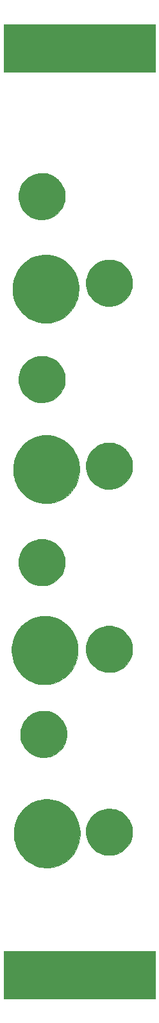
<source format=gbr>
G04 #@! TF.GenerationSoftware,KiCad,Pcbnew,(5.1.9)-1*
G04 #@! TF.CreationDate,2021-08-04T02:24:11+02:00*
G04 #@! TF.ProjectId,sequswit-panel,73657175-7377-4697-942d-70616e656c2e,rev?*
G04 #@! TF.SameCoordinates,Original*
G04 #@! TF.FileFunction,Soldermask,Bot*
G04 #@! TF.FilePolarity,Negative*
%FSLAX46Y46*%
G04 Gerber Fmt 4.6, Leading zero omitted, Abs format (unit mm)*
G04 Created by KiCad (PCBNEW (5.1.9)-1) date 2021-08-04 02:24:11*
%MOMM*%
%LPD*%
G01*
G04 APERTURE LIST*
%ADD10C,0.010000*%
G04 APERTURE END LIST*
D10*
G04 #@! TO.C,Ref\u002A\u002A*
G36*
X229721834Y-192135033D02*
G01*
X209719334Y-192135033D01*
X209719334Y-185869700D01*
X229721834Y-185869700D01*
X229721834Y-192135033D01*
G37*
X229721834Y-192135033D02*
X209719334Y-192135033D01*
X209719334Y-185869700D01*
X229721834Y-185869700D01*
X229721834Y-192135033D01*
G36*
X215998891Y-165876349D02*
G01*
X216399316Y-165950775D01*
X216450334Y-165963254D01*
X216844664Y-166083990D01*
X217227483Y-166243870D01*
X217594902Y-166440393D01*
X217943032Y-166671060D01*
X218267981Y-166933373D01*
X218565861Y-167224832D01*
X218755978Y-167444598D01*
X219010549Y-167792991D01*
X219228230Y-168158621D01*
X219409138Y-168538749D01*
X219553393Y-168930636D01*
X219661110Y-169331541D01*
X219732409Y-169738726D01*
X219767407Y-170149451D01*
X219766222Y-170560976D01*
X219728972Y-170970563D01*
X219655774Y-171375472D01*
X219546747Y-171772964D01*
X219402008Y-172160298D01*
X219221675Y-172534736D01*
X219005867Y-172893539D01*
X218754700Y-173233966D01*
X218494336Y-173526686D01*
X218178208Y-173823155D01*
X217841102Y-174083736D01*
X217484668Y-174307591D01*
X217110556Y-174493878D01*
X216720419Y-174641758D01*
X216315907Y-174750393D01*
X215970784Y-174810105D01*
X215819355Y-174824987D01*
X215641478Y-174834472D01*
X215449327Y-174838576D01*
X215255074Y-174837315D01*
X215070891Y-174830704D01*
X214908953Y-174818760D01*
X214824701Y-174808630D01*
X214471630Y-174743567D01*
X214137448Y-174652509D01*
X213807916Y-174531112D01*
X213577489Y-174428191D01*
X213200456Y-174225720D01*
X212849005Y-173990312D01*
X212524418Y-173723693D01*
X212227972Y-173427589D01*
X211960948Y-173103725D01*
X211724626Y-172753826D01*
X211520285Y-172379619D01*
X211349205Y-171982829D01*
X211212666Y-171565182D01*
X211111946Y-171128402D01*
X211105951Y-171095366D01*
X211085291Y-170945570D01*
X211069981Y-170764917D01*
X211060213Y-170564571D01*
X211056179Y-170355692D01*
X211058069Y-170149442D01*
X211066076Y-169956985D01*
X211080390Y-169789480D01*
X211083181Y-169766503D01*
X211159454Y-169329029D01*
X211274517Y-168906235D01*
X211427411Y-168500094D01*
X211617180Y-168112579D01*
X211842864Y-167745664D01*
X212103507Y-167401323D01*
X212374907Y-167104606D01*
X212695227Y-166813240D01*
X213036913Y-166558127D01*
X213398950Y-166339847D01*
X213780323Y-166158978D01*
X214180018Y-166016101D01*
X214376000Y-165961710D01*
X214771497Y-165882899D01*
X215178279Y-165842405D01*
X215589644Y-165840224D01*
X215998891Y-165876349D01*
G37*
X215998891Y-165876349D02*
X216399316Y-165950775D01*
X216450334Y-165963254D01*
X216844664Y-166083990D01*
X217227483Y-166243870D01*
X217594902Y-166440393D01*
X217943032Y-166671060D01*
X218267981Y-166933373D01*
X218565861Y-167224832D01*
X218755978Y-167444598D01*
X219010549Y-167792991D01*
X219228230Y-168158621D01*
X219409138Y-168538749D01*
X219553393Y-168930636D01*
X219661110Y-169331541D01*
X219732409Y-169738726D01*
X219767407Y-170149451D01*
X219766222Y-170560976D01*
X219728972Y-170970563D01*
X219655774Y-171375472D01*
X219546747Y-171772964D01*
X219402008Y-172160298D01*
X219221675Y-172534736D01*
X219005867Y-172893539D01*
X218754700Y-173233966D01*
X218494336Y-173526686D01*
X218178208Y-173823155D01*
X217841102Y-174083736D01*
X217484668Y-174307591D01*
X217110556Y-174493878D01*
X216720419Y-174641758D01*
X216315907Y-174750393D01*
X215970784Y-174810105D01*
X215819355Y-174824987D01*
X215641478Y-174834472D01*
X215449327Y-174838576D01*
X215255074Y-174837315D01*
X215070891Y-174830704D01*
X214908953Y-174818760D01*
X214824701Y-174808630D01*
X214471630Y-174743567D01*
X214137448Y-174652509D01*
X213807916Y-174531112D01*
X213577489Y-174428191D01*
X213200456Y-174225720D01*
X212849005Y-173990312D01*
X212524418Y-173723693D01*
X212227972Y-173427589D01*
X211960948Y-173103725D01*
X211724626Y-172753826D01*
X211520285Y-172379619D01*
X211349205Y-171982829D01*
X211212666Y-171565182D01*
X211111946Y-171128402D01*
X211105951Y-171095366D01*
X211085291Y-170945570D01*
X211069981Y-170764917D01*
X211060213Y-170564571D01*
X211056179Y-170355692D01*
X211058069Y-170149442D01*
X211066076Y-169956985D01*
X211080390Y-169789480D01*
X211083181Y-169766503D01*
X211159454Y-169329029D01*
X211274517Y-168906235D01*
X211427411Y-168500094D01*
X211617180Y-168112579D01*
X211842864Y-167745664D01*
X212103507Y-167401323D01*
X212374907Y-167104606D01*
X212695227Y-166813240D01*
X213036913Y-166558127D01*
X213398950Y-166339847D01*
X213780323Y-166158978D01*
X214180018Y-166016101D01*
X214376000Y-165961710D01*
X214771497Y-165882899D01*
X215178279Y-165842405D01*
X215589644Y-165840224D01*
X215998891Y-165876349D01*
G36*
X224103336Y-167118918D02*
G01*
X224436017Y-167190902D01*
X224759635Y-167299477D01*
X225070703Y-167444235D01*
X225365734Y-167624765D01*
X225641243Y-167840658D01*
X225706727Y-167900172D01*
X225854140Y-168049313D01*
X226001310Y-168218256D01*
X226135027Y-168391214D01*
X226212468Y-168504527D01*
X226332290Y-168715418D01*
X226441955Y-168954676D01*
X226535846Y-169208579D01*
X226608351Y-169463407D01*
X226613183Y-169483957D01*
X226636594Y-169616390D01*
X226654156Y-169778849D01*
X226665530Y-169959388D01*
X226670382Y-170146060D01*
X226668372Y-170326918D01*
X226659163Y-170490015D01*
X226644933Y-170608785D01*
X226565956Y-170964383D01*
X226449858Y-171301620D01*
X226298577Y-171618457D01*
X226114052Y-171912855D01*
X225898222Y-172182774D01*
X225653026Y-172426176D01*
X225380403Y-172641022D01*
X225082291Y-172825273D01*
X224760630Y-172976890D01*
X224417357Y-173093834D01*
X224239667Y-173138346D01*
X224136814Y-173155083D01*
X224002318Y-173168133D01*
X223846727Y-173177297D01*
X223680587Y-173182377D01*
X223514445Y-173183177D01*
X223358848Y-173179497D01*
X223224342Y-173171141D01*
X223128417Y-173159176D01*
X222775783Y-173076767D01*
X222443070Y-172958789D01*
X222131917Y-172807701D01*
X221843962Y-172625961D01*
X221580845Y-172416027D01*
X221344205Y-172180357D01*
X221135680Y-171921411D01*
X220956910Y-171641647D01*
X220809534Y-171343522D01*
X220695190Y-171029497D01*
X220615519Y-170702028D01*
X220572158Y-170363574D01*
X220566747Y-170016595D01*
X220600925Y-169663548D01*
X220644734Y-169433783D01*
X220741389Y-169103914D01*
X220876693Y-168787126D01*
X221048079Y-168486840D01*
X221252980Y-168206478D01*
X221488827Y-167949461D01*
X221753055Y-167719209D01*
X222043095Y-167519144D01*
X222112168Y-167478342D01*
X222426011Y-167322186D01*
X222751710Y-167205077D01*
X223085779Y-167126605D01*
X223424731Y-167086360D01*
X223765079Y-167083934D01*
X224103336Y-167118918D01*
G37*
X224103336Y-167118918D02*
X224436017Y-167190902D01*
X224759635Y-167299477D01*
X225070703Y-167444235D01*
X225365734Y-167624765D01*
X225641243Y-167840658D01*
X225706727Y-167900172D01*
X225854140Y-168049313D01*
X226001310Y-168218256D01*
X226135027Y-168391214D01*
X226212468Y-168504527D01*
X226332290Y-168715418D01*
X226441955Y-168954676D01*
X226535846Y-169208579D01*
X226608351Y-169463407D01*
X226613183Y-169483957D01*
X226636594Y-169616390D01*
X226654156Y-169778849D01*
X226665530Y-169959388D01*
X226670382Y-170146060D01*
X226668372Y-170326918D01*
X226659163Y-170490015D01*
X226644933Y-170608785D01*
X226565956Y-170964383D01*
X226449858Y-171301620D01*
X226298577Y-171618457D01*
X226114052Y-171912855D01*
X225898222Y-172182774D01*
X225653026Y-172426176D01*
X225380403Y-172641022D01*
X225082291Y-172825273D01*
X224760630Y-172976890D01*
X224417357Y-173093834D01*
X224239667Y-173138346D01*
X224136814Y-173155083D01*
X224002318Y-173168133D01*
X223846727Y-173177297D01*
X223680587Y-173182377D01*
X223514445Y-173183177D01*
X223358848Y-173179497D01*
X223224342Y-173171141D01*
X223128417Y-173159176D01*
X222775783Y-173076767D01*
X222443070Y-172958789D01*
X222131917Y-172807701D01*
X221843962Y-172625961D01*
X221580845Y-172416027D01*
X221344205Y-172180357D01*
X221135680Y-171921411D01*
X220956910Y-171641647D01*
X220809534Y-171343522D01*
X220695190Y-171029497D01*
X220615519Y-170702028D01*
X220572158Y-170363574D01*
X220566747Y-170016595D01*
X220600925Y-169663548D01*
X220644734Y-169433783D01*
X220741389Y-169103914D01*
X220876693Y-168787126D01*
X221048079Y-168486840D01*
X221252980Y-168206478D01*
X221488827Y-167949461D01*
X221753055Y-167719209D01*
X222043095Y-167519144D01*
X222112168Y-167478342D01*
X222426011Y-167322186D01*
X222751710Y-167205077D01*
X223085779Y-167126605D01*
X223424731Y-167086360D01*
X223765079Y-167083934D01*
X224103336Y-167118918D01*
G36*
X215142282Y-154193777D02*
G01*
X215309632Y-154201858D01*
X215455633Y-154215284D01*
X215561334Y-154232217D01*
X215915126Y-154328912D01*
X216250817Y-154463390D01*
X216566319Y-154634324D01*
X216859548Y-154840389D01*
X217128419Y-155080262D01*
X217370846Y-155352615D01*
X217415975Y-155410866D01*
X217569641Y-155640543D01*
X217708265Y-155900645D01*
X217827149Y-156180547D01*
X217921595Y-156469624D01*
X217968138Y-156659700D01*
X217986648Y-156780339D01*
X217999372Y-156931776D01*
X218006313Y-157102872D01*
X218007473Y-157282489D01*
X218002854Y-157459489D01*
X217992459Y-157622732D01*
X217976289Y-157761081D01*
X217967913Y-157808412D01*
X217877094Y-158156506D01*
X217749916Y-158486499D01*
X217588686Y-158796124D01*
X217395705Y-159083117D01*
X217173279Y-159345213D01*
X216923711Y-159580145D01*
X216649306Y-159785648D01*
X216352367Y-159959457D01*
X216035199Y-160099306D01*
X215700106Y-160202930D01*
X215487250Y-160247493D01*
X215339265Y-160267621D01*
X215170507Y-160281820D01*
X214995096Y-160289576D01*
X214827151Y-160290376D01*
X214680794Y-160283707D01*
X214630000Y-160278658D01*
X214268709Y-160214550D01*
X213924924Y-160112896D01*
X213600679Y-159975554D01*
X213298006Y-159804380D01*
X213018940Y-159601232D01*
X212765514Y-159367969D01*
X212539760Y-159106448D01*
X212343712Y-158818527D01*
X212179404Y-158506062D01*
X212048869Y-158170914D01*
X211959118Y-157838437D01*
X211932688Y-157674726D01*
X211916019Y-157482663D01*
X211909111Y-157275090D01*
X211911963Y-157064849D01*
X211924576Y-156864781D01*
X211946950Y-156687728D01*
X211959118Y-156623962D01*
X212050751Y-156281259D01*
X212173215Y-155965233D01*
X212329143Y-155671048D01*
X212521166Y-155393865D01*
X212751917Y-155128848D01*
X212798413Y-155081418D01*
X213054423Y-154847675D01*
X213320008Y-154652016D01*
X213600902Y-154491313D01*
X213902842Y-154362442D01*
X214231564Y-154262276D01*
X214354834Y-154233239D01*
X214470554Y-154214728D01*
X214617718Y-154201517D01*
X214785767Y-154193616D01*
X214964141Y-154191033D01*
X215142282Y-154193777D01*
G37*
X215142282Y-154193777D02*
X215309632Y-154201858D01*
X215455633Y-154215284D01*
X215561334Y-154232217D01*
X215915126Y-154328912D01*
X216250817Y-154463390D01*
X216566319Y-154634324D01*
X216859548Y-154840389D01*
X217128419Y-155080262D01*
X217370846Y-155352615D01*
X217415975Y-155410866D01*
X217569641Y-155640543D01*
X217708265Y-155900645D01*
X217827149Y-156180547D01*
X217921595Y-156469624D01*
X217968138Y-156659700D01*
X217986648Y-156780339D01*
X217999372Y-156931776D01*
X218006313Y-157102872D01*
X218007473Y-157282489D01*
X218002854Y-157459489D01*
X217992459Y-157622732D01*
X217976289Y-157761081D01*
X217967913Y-157808412D01*
X217877094Y-158156506D01*
X217749916Y-158486499D01*
X217588686Y-158796124D01*
X217395705Y-159083117D01*
X217173279Y-159345213D01*
X216923711Y-159580145D01*
X216649306Y-159785648D01*
X216352367Y-159959457D01*
X216035199Y-160099306D01*
X215700106Y-160202930D01*
X215487250Y-160247493D01*
X215339265Y-160267621D01*
X215170507Y-160281820D01*
X214995096Y-160289576D01*
X214827151Y-160290376D01*
X214680794Y-160283707D01*
X214630000Y-160278658D01*
X214268709Y-160214550D01*
X213924924Y-160112896D01*
X213600679Y-159975554D01*
X213298006Y-159804380D01*
X213018940Y-159601232D01*
X212765514Y-159367969D01*
X212539760Y-159106448D01*
X212343712Y-158818527D01*
X212179404Y-158506062D01*
X212048869Y-158170914D01*
X211959118Y-157838437D01*
X211932688Y-157674726D01*
X211916019Y-157482663D01*
X211909111Y-157275090D01*
X211911963Y-157064849D01*
X211924576Y-156864781D01*
X211946950Y-156687728D01*
X211959118Y-156623962D01*
X212050751Y-156281259D01*
X212173215Y-155965233D01*
X212329143Y-155671048D01*
X212521166Y-155393865D01*
X212751917Y-155128848D01*
X212798413Y-155081418D01*
X213054423Y-154847675D01*
X213320008Y-154652016D01*
X213600902Y-154491313D01*
X213902842Y-154362442D01*
X214231564Y-154262276D01*
X214354834Y-154233239D01*
X214470554Y-154214728D01*
X214617718Y-154201517D01*
X214785767Y-154193616D01*
X214964141Y-154191033D01*
X215142282Y-154193777D01*
G36*
X215323893Y-141685842D02*
G01*
X215497968Y-141690477D01*
X215648351Y-141699560D01*
X215784337Y-141714254D01*
X215915221Y-141735719D01*
X216050296Y-141765119D01*
X216198858Y-141803615D01*
X216302250Y-141832685D01*
X216694692Y-141966976D01*
X217070078Y-142138629D01*
X217426293Y-142345398D01*
X217761221Y-142585035D01*
X218072747Y-142855293D01*
X218358753Y-143153925D01*
X218617126Y-143478684D01*
X218845748Y-143827323D01*
X219042504Y-144197594D01*
X219205278Y-144587251D01*
X219331955Y-144994046D01*
X219351252Y-145070950D01*
X219428949Y-145476512D01*
X219470678Y-145895578D01*
X219476416Y-146319763D01*
X219446141Y-146740681D01*
X219379829Y-147149948D01*
X219357227Y-147251116D01*
X219239597Y-147661553D01*
X219086164Y-148054322D01*
X218899047Y-148427453D01*
X218680362Y-148778975D01*
X218432228Y-149106919D01*
X218156762Y-149409314D01*
X217856081Y-149684189D01*
X217532303Y-149929576D01*
X217187546Y-150143502D01*
X216823927Y-150323998D01*
X216443564Y-150469095D01*
X216048574Y-150576821D01*
X215720084Y-150635234D01*
X215384869Y-150668562D01*
X215053204Y-150677966D01*
X214820500Y-150669140D01*
X214404651Y-150619117D01*
X213996204Y-150528043D01*
X213597818Y-150396934D01*
X213212152Y-150226805D01*
X212841864Y-150018673D01*
X212502750Y-149783618D01*
X212403584Y-149702166D01*
X212286095Y-149596492D01*
X212158847Y-149475074D01*
X212030406Y-149346387D01*
X211909338Y-149218908D01*
X211804206Y-149101114D01*
X211761742Y-149050283D01*
X211509716Y-148707085D01*
X211294078Y-148345051D01*
X211114860Y-147967038D01*
X210972096Y-147575900D01*
X210865818Y-147174494D01*
X210796061Y-146765677D01*
X210762858Y-146352302D01*
X210766242Y-145937228D01*
X210806247Y-145523309D01*
X210882905Y-145113401D01*
X210996251Y-144710360D01*
X211146317Y-144317042D01*
X211333137Y-143936304D01*
X211556744Y-143571000D01*
X211695481Y-143377616D01*
X211792715Y-143257463D01*
X211912992Y-143121358D01*
X212046259Y-142979746D01*
X212182464Y-142843071D01*
X212311553Y-142721778D01*
X212401827Y-142643754D01*
X212736566Y-142396359D01*
X213096800Y-142181088D01*
X213478265Y-141999958D01*
X213876697Y-141854986D01*
X214287833Y-141748187D01*
X214301917Y-141745264D01*
X214397956Y-141725968D01*
X214479852Y-141711232D01*
X214555761Y-141700446D01*
X214633837Y-141693004D01*
X214722238Y-141688297D01*
X214829119Y-141685716D01*
X214962635Y-141684653D01*
X215116834Y-141684494D01*
X215323893Y-141685842D01*
G37*
X215323893Y-141685842D02*
X215497968Y-141690477D01*
X215648351Y-141699560D01*
X215784337Y-141714254D01*
X215915221Y-141735719D01*
X216050296Y-141765119D01*
X216198858Y-141803615D01*
X216302250Y-141832685D01*
X216694692Y-141966976D01*
X217070078Y-142138629D01*
X217426293Y-142345398D01*
X217761221Y-142585035D01*
X218072747Y-142855293D01*
X218358753Y-143153925D01*
X218617126Y-143478684D01*
X218845748Y-143827323D01*
X219042504Y-144197594D01*
X219205278Y-144587251D01*
X219331955Y-144994046D01*
X219351252Y-145070950D01*
X219428949Y-145476512D01*
X219470678Y-145895578D01*
X219476416Y-146319763D01*
X219446141Y-146740681D01*
X219379829Y-147149948D01*
X219357227Y-147251116D01*
X219239597Y-147661553D01*
X219086164Y-148054322D01*
X218899047Y-148427453D01*
X218680362Y-148778975D01*
X218432228Y-149106919D01*
X218156762Y-149409314D01*
X217856081Y-149684189D01*
X217532303Y-149929576D01*
X217187546Y-150143502D01*
X216823927Y-150323998D01*
X216443564Y-150469095D01*
X216048574Y-150576821D01*
X215720084Y-150635234D01*
X215384869Y-150668562D01*
X215053204Y-150677966D01*
X214820500Y-150669140D01*
X214404651Y-150619117D01*
X213996204Y-150528043D01*
X213597818Y-150396934D01*
X213212152Y-150226805D01*
X212841864Y-150018673D01*
X212502750Y-149783618D01*
X212403584Y-149702166D01*
X212286095Y-149596492D01*
X212158847Y-149475074D01*
X212030406Y-149346387D01*
X211909338Y-149218908D01*
X211804206Y-149101114D01*
X211761742Y-149050283D01*
X211509716Y-148707085D01*
X211294078Y-148345051D01*
X211114860Y-147967038D01*
X210972096Y-147575900D01*
X210865818Y-147174494D01*
X210796061Y-146765677D01*
X210762858Y-146352302D01*
X210766242Y-145937228D01*
X210806247Y-145523309D01*
X210882905Y-145113401D01*
X210996251Y-144710360D01*
X211146317Y-144317042D01*
X211333137Y-143936304D01*
X211556744Y-143571000D01*
X211695481Y-143377616D01*
X211792715Y-143257463D01*
X211912992Y-143121358D01*
X212046259Y-142979746D01*
X212182464Y-142843071D01*
X212311553Y-142721778D01*
X212401827Y-142643754D01*
X212736566Y-142396359D01*
X213096800Y-142181088D01*
X213478265Y-141999958D01*
X213876697Y-141854986D01*
X214287833Y-141748187D01*
X214301917Y-141745264D01*
X214397956Y-141725968D01*
X214479852Y-141711232D01*
X214555761Y-141700446D01*
X214633837Y-141693004D01*
X214722238Y-141688297D01*
X214829119Y-141685716D01*
X214962635Y-141684653D01*
X215116834Y-141684494D01*
X215323893Y-141685842D01*
G36*
X223851285Y-142964236D02*
G01*
X224036122Y-142979797D01*
X224144417Y-142995444D01*
X224494202Y-143078173D01*
X224826311Y-143198191D01*
X225138578Y-143353397D01*
X225428836Y-143541688D01*
X225694918Y-143760965D01*
X225934657Y-144009125D01*
X226145888Y-144284068D01*
X226326443Y-144583691D01*
X226474156Y-144905895D01*
X226586860Y-145248577D01*
X226623624Y-145399890D01*
X226642010Y-145515436D01*
X226655152Y-145662425D01*
X226663038Y-145830291D01*
X226665658Y-146008470D01*
X226663000Y-146186396D01*
X226655054Y-146353504D01*
X226641809Y-146499227D01*
X226624888Y-146605533D01*
X226529336Y-146961604D01*
X226399296Y-147293588D01*
X226233860Y-147603174D01*
X226032123Y-147892048D01*
X225793178Y-148161899D01*
X225784522Y-148170626D01*
X225516682Y-148410442D01*
X225225750Y-148614875D01*
X224911519Y-148784038D01*
X224573782Y-148918045D01*
X224249344Y-149008732D01*
X224157831Y-149023828D01*
X224033886Y-149036001D01*
X223887324Y-149045060D01*
X223727958Y-149050815D01*
X223565602Y-149053074D01*
X223410069Y-149051645D01*
X223271174Y-149046339D01*
X223158729Y-149036963D01*
X223116166Y-149030808D01*
X222858884Y-148972489D01*
X222595029Y-148889130D01*
X222338584Y-148786021D01*
X222103529Y-148668452D01*
X222006584Y-148611062D01*
X221714521Y-148403726D01*
X221452673Y-148168549D01*
X221222223Y-147908499D01*
X221024352Y-147626546D01*
X220860242Y-147325657D01*
X220731075Y-147008800D01*
X220638033Y-146678943D01*
X220582298Y-146339055D01*
X220565053Y-145992105D01*
X220587478Y-145641059D01*
X220650756Y-145288887D01*
X220663377Y-145237967D01*
X220771774Y-144898606D01*
X220917826Y-144578555D01*
X221101567Y-144277760D01*
X221323028Y-143996165D01*
X221511200Y-143800126D01*
X221781438Y-143569466D01*
X222076273Y-143372431D01*
X222392709Y-143210543D01*
X222727747Y-143085322D01*
X223078389Y-142998291D01*
X223098076Y-142994641D01*
X223260000Y-142973120D01*
X223448995Y-142960886D01*
X223650833Y-142957928D01*
X223851285Y-142964236D01*
G37*
X223851285Y-142964236D02*
X224036122Y-142979797D01*
X224144417Y-142995444D01*
X224494202Y-143078173D01*
X224826311Y-143198191D01*
X225138578Y-143353397D01*
X225428836Y-143541688D01*
X225694918Y-143760965D01*
X225934657Y-144009125D01*
X226145888Y-144284068D01*
X226326443Y-144583691D01*
X226474156Y-144905895D01*
X226586860Y-145248577D01*
X226623624Y-145399890D01*
X226642010Y-145515436D01*
X226655152Y-145662425D01*
X226663038Y-145830291D01*
X226665658Y-146008470D01*
X226663000Y-146186396D01*
X226655054Y-146353504D01*
X226641809Y-146499227D01*
X226624888Y-146605533D01*
X226529336Y-146961604D01*
X226399296Y-147293588D01*
X226233860Y-147603174D01*
X226032123Y-147892048D01*
X225793178Y-148161899D01*
X225784522Y-148170626D01*
X225516682Y-148410442D01*
X225225750Y-148614875D01*
X224911519Y-148784038D01*
X224573782Y-148918045D01*
X224249344Y-149008732D01*
X224157831Y-149023828D01*
X224033886Y-149036001D01*
X223887324Y-149045060D01*
X223727958Y-149050815D01*
X223565602Y-149053074D01*
X223410069Y-149051645D01*
X223271174Y-149046339D01*
X223158729Y-149036963D01*
X223116166Y-149030808D01*
X222858884Y-148972489D01*
X222595029Y-148889130D01*
X222338584Y-148786021D01*
X222103529Y-148668452D01*
X222006584Y-148611062D01*
X221714521Y-148403726D01*
X221452673Y-148168549D01*
X221222223Y-147908499D01*
X221024352Y-147626546D01*
X220860242Y-147325657D01*
X220731075Y-147008800D01*
X220638033Y-146678943D01*
X220582298Y-146339055D01*
X220565053Y-145992105D01*
X220587478Y-145641059D01*
X220650756Y-145288887D01*
X220663377Y-145237967D01*
X220771774Y-144898606D01*
X220917826Y-144578555D01*
X221101567Y-144277760D01*
X221323028Y-143996165D01*
X221511200Y-143800126D01*
X221781438Y-143569466D01*
X222076273Y-143372431D01*
X222392709Y-143210543D01*
X222727747Y-143085322D01*
X223078389Y-142998291D01*
X223098076Y-142994641D01*
X223260000Y-142973120D01*
X223448995Y-142960886D01*
X223650833Y-142957928D01*
X223851285Y-142964236D01*
G36*
X214877845Y-131526149D02*
G01*
X215070905Y-131536778D01*
X215240180Y-131556639D01*
X215286167Y-131564760D01*
X215638813Y-131652832D01*
X215967850Y-131775615D01*
X216275548Y-131934319D01*
X216564177Y-132130155D01*
X216836009Y-132364334D01*
X216894902Y-132422244D01*
X217133618Y-132688348D01*
X217334001Y-132968768D01*
X217498140Y-133267355D01*
X217628123Y-133587960D01*
X217726038Y-133934435D01*
X217733791Y-133969033D01*
X217748422Y-134044994D01*
X217759076Y-134125208D01*
X217766271Y-134217881D01*
X217770524Y-134331218D01*
X217772353Y-134473424D01*
X217772491Y-134582866D01*
X217771778Y-134735370D01*
X217769726Y-134854572D01*
X217765570Y-134949501D01*
X217758542Y-135029184D01*
X217747876Y-135102648D01*
X217732808Y-135178922D01*
X217715458Y-135254852D01*
X217613743Y-135601881D01*
X217477858Y-135924642D01*
X217306384Y-136225626D01*
X217097900Y-136507328D01*
X216852101Y-136771164D01*
X216583398Y-137004190D01*
X216296948Y-137200382D01*
X215989913Y-137361243D01*
X215659452Y-137488275D01*
X215328500Y-137577398D01*
X215217222Y-137595541D01*
X215075058Y-137609266D01*
X214913246Y-137618345D01*
X214743026Y-137622549D01*
X214575636Y-137621649D01*
X214422316Y-137615417D01*
X214294304Y-137603624D01*
X214263141Y-137599070D01*
X213909946Y-137520862D01*
X213573728Y-137405198D01*
X213256845Y-137254074D01*
X212961652Y-137069489D01*
X212690509Y-136853441D01*
X212445773Y-136607926D01*
X212229800Y-136334943D01*
X212044949Y-136036490D01*
X211893577Y-135714564D01*
X211827816Y-135535366D01*
X211767592Y-135336637D01*
X211724862Y-135149755D01*
X211697473Y-134960707D01*
X211683275Y-134755478D01*
X211679970Y-134572283D01*
X211693833Y-134245407D01*
X211737599Y-133940998D01*
X211813475Y-133649510D01*
X211923669Y-133361395D01*
X211994598Y-133211068D01*
X212175271Y-132895863D01*
X212386793Y-132609007D01*
X212627416Y-132351841D01*
X212895389Y-132125710D01*
X213188963Y-131931955D01*
X213506386Y-131771918D01*
X213845910Y-131646944D01*
X214128596Y-131573890D01*
X214286374Y-131548622D01*
X214472537Y-131532174D01*
X214674041Y-131524649D01*
X214877845Y-131526149D01*
G37*
X214877845Y-131526149D02*
X215070905Y-131536778D01*
X215240180Y-131556639D01*
X215286167Y-131564760D01*
X215638813Y-131652832D01*
X215967850Y-131775615D01*
X216275548Y-131934319D01*
X216564177Y-132130155D01*
X216836009Y-132364334D01*
X216894902Y-132422244D01*
X217133618Y-132688348D01*
X217334001Y-132968768D01*
X217498140Y-133267355D01*
X217628123Y-133587960D01*
X217726038Y-133934435D01*
X217733791Y-133969033D01*
X217748422Y-134044994D01*
X217759076Y-134125208D01*
X217766271Y-134217881D01*
X217770524Y-134331218D01*
X217772353Y-134473424D01*
X217772491Y-134582866D01*
X217771778Y-134735370D01*
X217769726Y-134854572D01*
X217765570Y-134949501D01*
X217758542Y-135029184D01*
X217747876Y-135102648D01*
X217732808Y-135178922D01*
X217715458Y-135254852D01*
X217613743Y-135601881D01*
X217477858Y-135924642D01*
X217306384Y-136225626D01*
X217097900Y-136507328D01*
X216852101Y-136771164D01*
X216583398Y-137004190D01*
X216296948Y-137200382D01*
X215989913Y-137361243D01*
X215659452Y-137488275D01*
X215328500Y-137577398D01*
X215217222Y-137595541D01*
X215075058Y-137609266D01*
X214913246Y-137618345D01*
X214743026Y-137622549D01*
X214575636Y-137621649D01*
X214422316Y-137615417D01*
X214294304Y-137603624D01*
X214263141Y-137599070D01*
X213909946Y-137520862D01*
X213573728Y-137405198D01*
X213256845Y-137254074D01*
X212961652Y-137069489D01*
X212690509Y-136853441D01*
X212445773Y-136607926D01*
X212229800Y-136334943D01*
X212044949Y-136036490D01*
X211893577Y-135714564D01*
X211827816Y-135535366D01*
X211767592Y-135336637D01*
X211724862Y-135149755D01*
X211697473Y-134960707D01*
X211683275Y-134755478D01*
X211679970Y-134572283D01*
X211693833Y-134245407D01*
X211737599Y-133940998D01*
X211813475Y-133649510D01*
X211923669Y-133361395D01*
X211994598Y-133211068D01*
X212175271Y-132895863D01*
X212386793Y-132609007D01*
X212627416Y-132351841D01*
X212895389Y-132125710D01*
X213188963Y-131931955D01*
X213506386Y-131771918D01*
X213845910Y-131646944D01*
X214128596Y-131573890D01*
X214286374Y-131548622D01*
X214472537Y-131532174D01*
X214674041Y-131524649D01*
X214877845Y-131526149D01*
G36*
X215731274Y-117815242D02*
G01*
X216133893Y-117872475D01*
X216530341Y-117968412D01*
X216917649Y-118103127D01*
X217292847Y-118276698D01*
X217471684Y-118376138D01*
X217830763Y-118611675D01*
X218162709Y-118878728D01*
X218466123Y-119175195D01*
X218739607Y-119498979D01*
X218981761Y-119847980D01*
X219191186Y-120220099D01*
X219366484Y-120613237D01*
X219506255Y-121025294D01*
X219609101Y-121454171D01*
X219639417Y-121628866D01*
X219658217Y-121789129D01*
X219670810Y-121979479D01*
X219677198Y-122188130D01*
X219677384Y-122403295D01*
X219671373Y-122613186D01*
X219659166Y-122806017D01*
X219640769Y-122969999D01*
X219639033Y-122981497D01*
X219552620Y-123411339D01*
X219429867Y-123823855D01*
X219272589Y-124217291D01*
X219082599Y-124589892D01*
X218861710Y-124939906D01*
X218611736Y-125265576D01*
X218334489Y-125565150D01*
X218031784Y-125836874D01*
X217705433Y-126078993D01*
X217357251Y-126289753D01*
X216989050Y-126467400D01*
X216602644Y-126610180D01*
X216199846Y-126716339D01*
X215782470Y-126784122D01*
X215698917Y-126792778D01*
X215338561Y-126810972D01*
X214986289Y-126798143D01*
X214915750Y-126791593D01*
X214493588Y-126727218D01*
X214084560Y-126623354D01*
X213690695Y-126481363D01*
X213314018Y-126302605D01*
X212956559Y-126088441D01*
X212620345Y-125840234D01*
X212307402Y-125559344D01*
X212019759Y-125247131D01*
X211759443Y-124904959D01*
X211528482Y-124534187D01*
X211513593Y-124507428D01*
X211403080Y-124287569D01*
X211297083Y-124039444D01*
X211200884Y-123777113D01*
X211119760Y-123514638D01*
X211074955Y-123339153D01*
X211010475Y-122982683D01*
X210974801Y-122605618D01*
X210967797Y-122218260D01*
X210989327Y-121830907D01*
X211039256Y-121453861D01*
X211103907Y-121149224D01*
X211227756Y-120744109D01*
X211389421Y-120352443D01*
X211586536Y-119977559D01*
X211816734Y-119622792D01*
X212077651Y-119291475D01*
X212366919Y-118986943D01*
X212682174Y-118712529D01*
X212989584Y-118491839D01*
X213352257Y-118280301D01*
X213729545Y-118106929D01*
X214118478Y-117971800D01*
X214516087Y-117874990D01*
X214919402Y-117816576D01*
X215325454Y-117796634D01*
X215731274Y-117815242D01*
G37*
X215731274Y-117815242D02*
X216133893Y-117872475D01*
X216530341Y-117968412D01*
X216917649Y-118103127D01*
X217292847Y-118276698D01*
X217471684Y-118376138D01*
X217830763Y-118611675D01*
X218162709Y-118878728D01*
X218466123Y-119175195D01*
X218739607Y-119498979D01*
X218981761Y-119847980D01*
X219191186Y-120220099D01*
X219366484Y-120613237D01*
X219506255Y-121025294D01*
X219609101Y-121454171D01*
X219639417Y-121628866D01*
X219658217Y-121789129D01*
X219670810Y-121979479D01*
X219677198Y-122188130D01*
X219677384Y-122403295D01*
X219671373Y-122613186D01*
X219659166Y-122806017D01*
X219640769Y-122969999D01*
X219639033Y-122981497D01*
X219552620Y-123411339D01*
X219429867Y-123823855D01*
X219272589Y-124217291D01*
X219082599Y-124589892D01*
X218861710Y-124939906D01*
X218611736Y-125265576D01*
X218334489Y-125565150D01*
X218031784Y-125836874D01*
X217705433Y-126078993D01*
X217357251Y-126289753D01*
X216989050Y-126467400D01*
X216602644Y-126610180D01*
X216199846Y-126716339D01*
X215782470Y-126784122D01*
X215698917Y-126792778D01*
X215338561Y-126810972D01*
X214986289Y-126798143D01*
X214915750Y-126791593D01*
X214493588Y-126727218D01*
X214084560Y-126623354D01*
X213690695Y-126481363D01*
X213314018Y-126302605D01*
X212956559Y-126088441D01*
X212620345Y-125840234D01*
X212307402Y-125559344D01*
X212019759Y-125247131D01*
X211759443Y-124904959D01*
X211528482Y-124534187D01*
X211513593Y-124507428D01*
X211403080Y-124287569D01*
X211297083Y-124039444D01*
X211200884Y-123777113D01*
X211119760Y-123514638D01*
X211074955Y-123339153D01*
X211010475Y-122982683D01*
X210974801Y-122605618D01*
X210967797Y-122218260D01*
X210989327Y-121830907D01*
X211039256Y-121453861D01*
X211103907Y-121149224D01*
X211227756Y-120744109D01*
X211389421Y-120352443D01*
X211586536Y-119977559D01*
X211816734Y-119622792D01*
X212077651Y-119291475D01*
X212366919Y-118986943D01*
X212682174Y-118712529D01*
X212989584Y-118491839D01*
X213352257Y-118280301D01*
X213729545Y-118106929D01*
X214118478Y-117971800D01*
X214516087Y-117874990D01*
X214919402Y-117816576D01*
X215325454Y-117796634D01*
X215731274Y-117815242D01*
G36*
X223792250Y-118806520D02*
G01*
X223916328Y-118810483D01*
X224019195Y-118817846D01*
X224111392Y-118829441D01*
X224203463Y-118846103D01*
X224233071Y-118852307D01*
X224587180Y-118948659D01*
X224919022Y-119080957D01*
X225229354Y-119249622D01*
X225518935Y-119455075D01*
X225788522Y-119697738D01*
X225830243Y-119740453D01*
X226065606Y-120014775D01*
X226263677Y-120308737D01*
X226424943Y-120623263D01*
X226549890Y-120959275D01*
X226624816Y-121247866D01*
X226642946Y-121364251D01*
X226655828Y-121512021D01*
X226663463Y-121680556D01*
X226665851Y-121859233D01*
X226662991Y-122037432D01*
X226654883Y-122204531D01*
X226641528Y-122349910D01*
X226624816Y-122454366D01*
X226528404Y-122809645D01*
X226395585Y-123143378D01*
X226226427Y-123455441D01*
X226020995Y-123745709D01*
X225827938Y-123964877D01*
X225558903Y-124214491D01*
X225270933Y-124426275D01*
X224963522Y-124600511D01*
X224636166Y-124737480D01*
X224288362Y-124837462D01*
X224243879Y-124847276D01*
X224124220Y-124867106D01*
X223975756Y-124883020D01*
X223810400Y-124894541D01*
X223640065Y-124901190D01*
X223476666Y-124902489D01*
X223332115Y-124897960D01*
X223225451Y-124888156D01*
X222883863Y-124821160D01*
X222553589Y-124718339D01*
X222241503Y-124582210D01*
X221980094Y-124432151D01*
X221683881Y-124215468D01*
X221419177Y-123971642D01*
X221187297Y-123702640D01*
X220989558Y-123410431D01*
X220827276Y-123096985D01*
X220701769Y-122764269D01*
X220614352Y-122414254D01*
X220608096Y-122380283D01*
X220585131Y-122204687D01*
X220572524Y-122003153D01*
X220570277Y-121790787D01*
X220578388Y-121582697D01*
X220596858Y-121393991D01*
X220608096Y-121321950D01*
X220690618Y-120976297D01*
X220810677Y-120646471D01*
X220965972Y-120335121D01*
X221154201Y-120044894D01*
X221373063Y-119778437D01*
X221620258Y-119538397D01*
X221893482Y-119327424D01*
X222190436Y-119148164D01*
X222508817Y-119003264D01*
X222674230Y-118944877D01*
X222844649Y-118893533D01*
X222997277Y-118855830D01*
X223144555Y-118829963D01*
X223298923Y-118814124D01*
X223472823Y-118806506D01*
X223636417Y-118805121D01*
X223792250Y-118806520D01*
G37*
X223792250Y-118806520D02*
X223916328Y-118810483D01*
X224019195Y-118817846D01*
X224111392Y-118829441D01*
X224203463Y-118846103D01*
X224233071Y-118852307D01*
X224587180Y-118948659D01*
X224919022Y-119080957D01*
X225229354Y-119249622D01*
X225518935Y-119455075D01*
X225788522Y-119697738D01*
X225830243Y-119740453D01*
X226065606Y-120014775D01*
X226263677Y-120308737D01*
X226424943Y-120623263D01*
X226549890Y-120959275D01*
X226624816Y-121247866D01*
X226642946Y-121364251D01*
X226655828Y-121512021D01*
X226663463Y-121680556D01*
X226665851Y-121859233D01*
X226662991Y-122037432D01*
X226654883Y-122204531D01*
X226641528Y-122349910D01*
X226624816Y-122454366D01*
X226528404Y-122809645D01*
X226395585Y-123143378D01*
X226226427Y-123455441D01*
X226020995Y-123745709D01*
X225827938Y-123964877D01*
X225558903Y-124214491D01*
X225270933Y-124426275D01*
X224963522Y-124600511D01*
X224636166Y-124737480D01*
X224288362Y-124837462D01*
X224243879Y-124847276D01*
X224124220Y-124867106D01*
X223975756Y-124883020D01*
X223810400Y-124894541D01*
X223640065Y-124901190D01*
X223476666Y-124902489D01*
X223332115Y-124897960D01*
X223225451Y-124888156D01*
X222883863Y-124821160D01*
X222553589Y-124718339D01*
X222241503Y-124582210D01*
X221980094Y-124432151D01*
X221683881Y-124215468D01*
X221419177Y-123971642D01*
X221187297Y-123702640D01*
X220989558Y-123410431D01*
X220827276Y-123096985D01*
X220701769Y-122764269D01*
X220614352Y-122414254D01*
X220608096Y-122380283D01*
X220585131Y-122204687D01*
X220572524Y-122003153D01*
X220570277Y-121790787D01*
X220578388Y-121582697D01*
X220596858Y-121393991D01*
X220608096Y-121321950D01*
X220690618Y-120976297D01*
X220810677Y-120646471D01*
X220965972Y-120335121D01*
X221154201Y-120044894D01*
X221373063Y-119778437D01*
X221620258Y-119538397D01*
X221893482Y-119327424D01*
X222190436Y-119148164D01*
X222508817Y-119003264D01*
X222674230Y-118944877D01*
X222844649Y-118893533D01*
X222997277Y-118855830D01*
X223144555Y-118829963D01*
X223298923Y-118814124D01*
X223472823Y-118806506D01*
X223636417Y-118805121D01*
X223792250Y-118806520D01*
G36*
X214880632Y-107376647D02*
G01*
X215003504Y-107379472D01*
X215103668Y-107385199D01*
X215190923Y-107394558D01*
X215275068Y-107408281D01*
X215343071Y-107422101D01*
X215696199Y-107519085D01*
X216028910Y-107652233D01*
X216339305Y-107819643D01*
X216625483Y-108019410D01*
X216885545Y-108249631D01*
X217117593Y-108508402D01*
X217319725Y-108793820D01*
X217490043Y-109103980D01*
X217626648Y-109436980D01*
X217727639Y-109790915D01*
X217733640Y-109817866D01*
X217752319Y-109935015D01*
X217765570Y-110083494D01*
X217773391Y-110252649D01*
X217775784Y-110431826D01*
X217772747Y-110610371D01*
X217764282Y-110777631D01*
X217750388Y-110922952D01*
X217733640Y-111024366D01*
X217644724Y-111349791D01*
X217523576Y-111665968D01*
X217374516Y-111962763D01*
X217246969Y-112166589D01*
X217150049Y-112294449D01*
X217028221Y-112435442D01*
X216891687Y-112579053D01*
X216750651Y-112714767D01*
X216615317Y-112832069D01*
X216557223Y-112877372D01*
X216292215Y-113051974D01*
X216000086Y-113202483D01*
X215691355Y-113324177D01*
X215376540Y-113412340D01*
X215353879Y-113417276D01*
X215233466Y-113437210D01*
X215084033Y-113453177D01*
X214917607Y-113464692D01*
X214746220Y-113471275D01*
X214581901Y-113472441D01*
X214436680Y-113467709D01*
X214333667Y-113458204D01*
X213980813Y-113388975D01*
X213644145Y-113281924D01*
X213325961Y-113139224D01*
X213028563Y-112963044D01*
X212754252Y-112755556D01*
X212505327Y-112518930D01*
X212284090Y-112255338D01*
X212092842Y-111966950D01*
X211933883Y-111655937D01*
X211809513Y-111324471D01*
X211726596Y-110998180D01*
X211699724Y-110820145D01*
X211683340Y-110618553D01*
X211677570Y-110407075D01*
X211682542Y-110199383D01*
X211698381Y-110009148D01*
X211716338Y-109891950D01*
X211805871Y-109533123D01*
X211931416Y-109194452D01*
X212091338Y-108877848D01*
X212284003Y-108585220D01*
X212507777Y-108318477D01*
X212761026Y-108079531D01*
X213042116Y-107870290D01*
X213349413Y-107692664D01*
X213681283Y-107548565D01*
X213739017Y-107527890D01*
X213904173Y-107474058D01*
X214054538Y-107433993D01*
X214201609Y-107405924D01*
X214356881Y-107388080D01*
X214531851Y-107378690D01*
X214725250Y-107375990D01*
X214880632Y-107376647D01*
G37*
X214880632Y-107376647D02*
X215003504Y-107379472D01*
X215103668Y-107385199D01*
X215190923Y-107394558D01*
X215275068Y-107408281D01*
X215343071Y-107422101D01*
X215696199Y-107519085D01*
X216028910Y-107652233D01*
X216339305Y-107819643D01*
X216625483Y-108019410D01*
X216885545Y-108249631D01*
X217117593Y-108508402D01*
X217319725Y-108793820D01*
X217490043Y-109103980D01*
X217626648Y-109436980D01*
X217727639Y-109790915D01*
X217733640Y-109817866D01*
X217752319Y-109935015D01*
X217765570Y-110083494D01*
X217773391Y-110252649D01*
X217775784Y-110431826D01*
X217772747Y-110610371D01*
X217764282Y-110777631D01*
X217750388Y-110922952D01*
X217733640Y-111024366D01*
X217644724Y-111349791D01*
X217523576Y-111665968D01*
X217374516Y-111962763D01*
X217246969Y-112166589D01*
X217150049Y-112294449D01*
X217028221Y-112435442D01*
X216891687Y-112579053D01*
X216750651Y-112714767D01*
X216615317Y-112832069D01*
X216557223Y-112877372D01*
X216292215Y-113051974D01*
X216000086Y-113202483D01*
X215691355Y-113324177D01*
X215376540Y-113412340D01*
X215353879Y-113417276D01*
X215233466Y-113437210D01*
X215084033Y-113453177D01*
X214917607Y-113464692D01*
X214746220Y-113471275D01*
X214581901Y-113472441D01*
X214436680Y-113467709D01*
X214333667Y-113458204D01*
X213980813Y-113388975D01*
X213644145Y-113281924D01*
X213325961Y-113139224D01*
X213028563Y-112963044D01*
X212754252Y-112755556D01*
X212505327Y-112518930D01*
X212284090Y-112255338D01*
X212092842Y-111966950D01*
X211933883Y-111655937D01*
X211809513Y-111324471D01*
X211726596Y-110998180D01*
X211699724Y-110820145D01*
X211683340Y-110618553D01*
X211677570Y-110407075D01*
X211682542Y-110199383D01*
X211698381Y-110009148D01*
X211716338Y-109891950D01*
X211805871Y-109533123D01*
X211931416Y-109194452D01*
X212091338Y-108877848D01*
X212284003Y-108585220D01*
X212507777Y-108318477D01*
X212761026Y-108079531D01*
X213042116Y-107870290D01*
X213349413Y-107692664D01*
X213681283Y-107548565D01*
X213739017Y-107527890D01*
X213904173Y-107474058D01*
X214054538Y-107433993D01*
X214201609Y-107405924D01*
X214356881Y-107388080D01*
X214531851Y-107378690D01*
X214725250Y-107375990D01*
X214880632Y-107376647D01*
G36*
X215671955Y-94005698D02*
G01*
X216088920Y-94066829D01*
X216493382Y-94168042D01*
X216883992Y-94308787D01*
X217259405Y-94488516D01*
X217618273Y-94706678D01*
X217959250Y-94962725D01*
X218225487Y-95201469D01*
X218519318Y-95514387D01*
X218778090Y-95848305D01*
X219001781Y-96200548D01*
X219190367Y-96568446D01*
X219343826Y-96949326D01*
X219462133Y-97340515D01*
X219545266Y-97739341D01*
X219593201Y-98143133D01*
X219605915Y-98549217D01*
X219583386Y-98954921D01*
X219525589Y-99357573D01*
X219432502Y-99754501D01*
X219304102Y-100143033D01*
X219140365Y-100520496D01*
X218941268Y-100884217D01*
X218706788Y-101231525D01*
X218436901Y-101559748D01*
X218282094Y-101722460D01*
X217961688Y-102013884D01*
X217619801Y-102269326D01*
X217257968Y-102488004D01*
X216877724Y-102669134D01*
X216480601Y-102811933D01*
X216068135Y-102915617D01*
X215879026Y-102949135D01*
X215735653Y-102966751D01*
X215566572Y-102980211D01*
X215384445Y-102989125D01*
X215201938Y-102993102D01*
X215031713Y-102991753D01*
X214886435Y-102984689D01*
X214845381Y-102980959D01*
X214415565Y-102915056D01*
X214000749Y-102809741D01*
X213602214Y-102665624D01*
X213221240Y-102483316D01*
X212859107Y-102263427D01*
X212517094Y-102006566D01*
X212205573Y-101722460D01*
X211917208Y-101405248D01*
X211664267Y-101067564D01*
X211446727Y-100712078D01*
X211264565Y-100341460D01*
X211117757Y-99958380D01*
X211006282Y-99565509D01*
X210930114Y-99165516D01*
X210889231Y-98761073D01*
X210883610Y-98354848D01*
X210913228Y-97949513D01*
X210978061Y-97547738D01*
X211078086Y-97152192D01*
X211213280Y-96765546D01*
X211383619Y-96390470D01*
X211589080Y-96029634D01*
X211829641Y-95685709D01*
X212105278Y-95361365D01*
X212262321Y-95201469D01*
X212587067Y-94915011D01*
X212931100Y-94665809D01*
X213292982Y-94454450D01*
X213671275Y-94281522D01*
X214064542Y-94147609D01*
X214471345Y-94053299D01*
X214890246Y-93999178D01*
X215243834Y-93985200D01*
X215671955Y-94005698D01*
G37*
X215671955Y-94005698D02*
X216088920Y-94066829D01*
X216493382Y-94168042D01*
X216883992Y-94308787D01*
X217259405Y-94488516D01*
X217618273Y-94706678D01*
X217959250Y-94962725D01*
X218225487Y-95201469D01*
X218519318Y-95514387D01*
X218778090Y-95848305D01*
X219001781Y-96200548D01*
X219190367Y-96568446D01*
X219343826Y-96949326D01*
X219462133Y-97340515D01*
X219545266Y-97739341D01*
X219593201Y-98143133D01*
X219605915Y-98549217D01*
X219583386Y-98954921D01*
X219525589Y-99357573D01*
X219432502Y-99754501D01*
X219304102Y-100143033D01*
X219140365Y-100520496D01*
X218941268Y-100884217D01*
X218706788Y-101231525D01*
X218436901Y-101559748D01*
X218282094Y-101722460D01*
X217961688Y-102013884D01*
X217619801Y-102269326D01*
X217257968Y-102488004D01*
X216877724Y-102669134D01*
X216480601Y-102811933D01*
X216068135Y-102915617D01*
X215879026Y-102949135D01*
X215735653Y-102966751D01*
X215566572Y-102980211D01*
X215384445Y-102989125D01*
X215201938Y-102993102D01*
X215031713Y-102991753D01*
X214886435Y-102984689D01*
X214845381Y-102980959D01*
X214415565Y-102915056D01*
X214000749Y-102809741D01*
X213602214Y-102665624D01*
X213221240Y-102483316D01*
X212859107Y-102263427D01*
X212517094Y-102006566D01*
X212205573Y-101722460D01*
X211917208Y-101405248D01*
X211664267Y-101067564D01*
X211446727Y-100712078D01*
X211264565Y-100341460D01*
X211117757Y-99958380D01*
X211006282Y-99565509D01*
X210930114Y-99165516D01*
X210889231Y-98761073D01*
X210883610Y-98354848D01*
X210913228Y-97949513D01*
X210978061Y-97547738D01*
X211078086Y-97152192D01*
X211213280Y-96765546D01*
X211383619Y-96390470D01*
X211589080Y-96029634D01*
X211829641Y-95685709D01*
X212105278Y-95361365D01*
X212262321Y-95201469D01*
X212587067Y-94915011D01*
X212931100Y-94665809D01*
X213292982Y-94454450D01*
X213671275Y-94281522D01*
X214064542Y-94147609D01*
X214471345Y-94053299D01*
X214890246Y-93999178D01*
X215243834Y-93985200D01*
X215671955Y-94005698D01*
G36*
X223829131Y-94679102D02*
G01*
X224012824Y-94690139D01*
X224178031Y-94710912D01*
X224336456Y-94743235D01*
X224499799Y-94788919D01*
X224635238Y-94833974D01*
X224958283Y-94969199D01*
X225262558Y-95140641D01*
X225545085Y-95345279D01*
X225802887Y-95580090D01*
X226032985Y-95842051D01*
X226232402Y-96128141D01*
X226398160Y-96435335D01*
X226524210Y-96751346D01*
X226570941Y-96898708D01*
X226606215Y-97029849D01*
X226631526Y-97155191D01*
X226648369Y-97285156D01*
X226658237Y-97430164D01*
X226662626Y-97600637D01*
X226663250Y-97721116D01*
X226661462Y-97912159D01*
X226655102Y-98071403D01*
X226642677Y-98209268D01*
X226622690Y-98336177D01*
X226593650Y-98462552D01*
X226554061Y-98598813D01*
X226524210Y-98690887D01*
X226393924Y-99017966D01*
X226227671Y-99323949D01*
X226024220Y-99610859D01*
X225830046Y-99831985D01*
X225562706Y-100081393D01*
X225275235Y-100293576D01*
X224967771Y-100468458D01*
X224640454Y-100605959D01*
X224293425Y-100706002D01*
X224243879Y-100716887D01*
X224145792Y-100733063D01*
X224018824Y-100747339D01*
X223873826Y-100759152D01*
X223721651Y-100767941D01*
X223573152Y-100773142D01*
X223439180Y-100774193D01*
X223330589Y-100770530D01*
X223287167Y-100766501D01*
X222929166Y-100700922D01*
X222587763Y-100598166D01*
X222265162Y-100460304D01*
X221963570Y-100289407D01*
X221685191Y-100087547D01*
X221432231Y-99856796D01*
X221206895Y-99599224D01*
X221011390Y-99316903D01*
X220847920Y-99011905D01*
X220718692Y-98686301D01*
X220625910Y-98342162D01*
X220608096Y-98250283D01*
X220585131Y-98074687D01*
X220572524Y-97873153D01*
X220570277Y-97660787D01*
X220578388Y-97452697D01*
X220596858Y-97263991D01*
X220608096Y-97191950D01*
X220691105Y-96844178D01*
X220811854Y-96512689D01*
X220968157Y-96200046D01*
X221157827Y-95908813D01*
X221378678Y-95641556D01*
X221628523Y-95400839D01*
X221905177Y-95189226D01*
X222206452Y-95009282D01*
X222530163Y-94863572D01*
X222621472Y-94830313D01*
X222788547Y-94775842D01*
X222939497Y-94735279D01*
X223085951Y-94706818D01*
X223239537Y-94688654D01*
X223411884Y-94678980D01*
X223614621Y-94675991D01*
X223615250Y-94675990D01*
X223829131Y-94679102D01*
G37*
X223829131Y-94679102D02*
X224012824Y-94690139D01*
X224178031Y-94710912D01*
X224336456Y-94743235D01*
X224499799Y-94788919D01*
X224635238Y-94833974D01*
X224958283Y-94969199D01*
X225262558Y-95140641D01*
X225545085Y-95345279D01*
X225802887Y-95580090D01*
X226032985Y-95842051D01*
X226232402Y-96128141D01*
X226398160Y-96435335D01*
X226524210Y-96751346D01*
X226570941Y-96898708D01*
X226606215Y-97029849D01*
X226631526Y-97155191D01*
X226648369Y-97285156D01*
X226658237Y-97430164D01*
X226662626Y-97600637D01*
X226663250Y-97721116D01*
X226661462Y-97912159D01*
X226655102Y-98071403D01*
X226642677Y-98209268D01*
X226622690Y-98336177D01*
X226593650Y-98462552D01*
X226554061Y-98598813D01*
X226524210Y-98690887D01*
X226393924Y-99017966D01*
X226227671Y-99323949D01*
X226024220Y-99610859D01*
X225830046Y-99831985D01*
X225562706Y-100081393D01*
X225275235Y-100293576D01*
X224967771Y-100468458D01*
X224640454Y-100605959D01*
X224293425Y-100706002D01*
X224243879Y-100716887D01*
X224145792Y-100733063D01*
X224018824Y-100747339D01*
X223873826Y-100759152D01*
X223721651Y-100767941D01*
X223573152Y-100773142D01*
X223439180Y-100774193D01*
X223330589Y-100770530D01*
X223287167Y-100766501D01*
X222929166Y-100700922D01*
X222587763Y-100598166D01*
X222265162Y-100460304D01*
X221963570Y-100289407D01*
X221685191Y-100087547D01*
X221432231Y-99856796D01*
X221206895Y-99599224D01*
X221011390Y-99316903D01*
X220847920Y-99011905D01*
X220718692Y-98686301D01*
X220625910Y-98342162D01*
X220608096Y-98250283D01*
X220585131Y-98074687D01*
X220572524Y-97873153D01*
X220570277Y-97660787D01*
X220578388Y-97452697D01*
X220596858Y-97263991D01*
X220608096Y-97191950D01*
X220691105Y-96844178D01*
X220811854Y-96512689D01*
X220968157Y-96200046D01*
X221157827Y-95908813D01*
X221378678Y-95641556D01*
X221628523Y-95400839D01*
X221905177Y-95189226D01*
X222206452Y-95009282D01*
X222530163Y-94863572D01*
X222621472Y-94830313D01*
X222788547Y-94775842D01*
X222939497Y-94735279D01*
X223085951Y-94706818D01*
X223239537Y-94688654D01*
X223411884Y-94678980D01*
X223614621Y-94675991D01*
X223615250Y-94675990D01*
X223829131Y-94679102D01*
G36*
X214938354Y-83244716D02*
G01*
X215135181Y-83261591D01*
X215310894Y-83286959D01*
X215353879Y-83295422D01*
X215703036Y-83390236D01*
X216033584Y-83522994D01*
X216344563Y-83693160D01*
X216635013Y-83900199D01*
X216903973Y-84143576D01*
X216938223Y-84178810D01*
X217171029Y-84449651D01*
X217366497Y-84737843D01*
X217526086Y-85046153D01*
X217651256Y-85377350D01*
X217733640Y-85687866D01*
X217752319Y-85805015D01*
X217765570Y-85953494D01*
X217773391Y-86122649D01*
X217775784Y-86301826D01*
X217772747Y-86480371D01*
X217764282Y-86647631D01*
X217750388Y-86792952D01*
X217733640Y-86894366D01*
X217635145Y-87251809D01*
X217500738Y-87587632D01*
X217330904Y-87900909D01*
X217126128Y-88190712D01*
X216950374Y-88391614D01*
X216682807Y-88643020D01*
X216396717Y-88856411D01*
X216091496Y-89032128D01*
X215766535Y-89170512D01*
X215421227Y-89271905D01*
X215353879Y-89286887D01*
X215255812Y-89303060D01*
X215128879Y-89317334D01*
X214983927Y-89329146D01*
X214831799Y-89337934D01*
X214683341Y-89343135D01*
X214549397Y-89344188D01*
X214440813Y-89340531D01*
X214397167Y-89336480D01*
X214063248Y-89276310D01*
X213738202Y-89182938D01*
X213430120Y-89059237D01*
X213147090Y-88908084D01*
X213089465Y-88871741D01*
X212790988Y-88653793D01*
X212525797Y-88409819D01*
X212294422Y-88140613D01*
X212097394Y-87846967D01*
X211935244Y-87529674D01*
X211808503Y-87189528D01*
X211717702Y-86827322D01*
X211716338Y-86820283D01*
X211692688Y-86650793D01*
X211679997Y-86454118D01*
X211678138Y-86243931D01*
X211686983Y-86033901D01*
X211706406Y-85837703D01*
X211726596Y-85714052D01*
X211816623Y-85364922D01*
X211943244Y-85034551D01*
X212104178Y-84725055D01*
X212297148Y-84438554D01*
X212519874Y-84177164D01*
X212770078Y-83943004D01*
X213045480Y-83738191D01*
X213343802Y-83564843D01*
X213662764Y-83425078D01*
X214000089Y-83321013D01*
X214353496Y-83254767D01*
X214376000Y-83251939D01*
X214543282Y-83239202D01*
X214735893Y-83237024D01*
X214938354Y-83244716D01*
G37*
X214938354Y-83244716D02*
X215135181Y-83261591D01*
X215310894Y-83286959D01*
X215353879Y-83295422D01*
X215703036Y-83390236D01*
X216033584Y-83522994D01*
X216344563Y-83693160D01*
X216635013Y-83900199D01*
X216903973Y-84143576D01*
X216938223Y-84178810D01*
X217171029Y-84449651D01*
X217366497Y-84737843D01*
X217526086Y-85046153D01*
X217651256Y-85377350D01*
X217733640Y-85687866D01*
X217752319Y-85805015D01*
X217765570Y-85953494D01*
X217773391Y-86122649D01*
X217775784Y-86301826D01*
X217772747Y-86480371D01*
X217764282Y-86647631D01*
X217750388Y-86792952D01*
X217733640Y-86894366D01*
X217635145Y-87251809D01*
X217500738Y-87587632D01*
X217330904Y-87900909D01*
X217126128Y-88190712D01*
X216950374Y-88391614D01*
X216682807Y-88643020D01*
X216396717Y-88856411D01*
X216091496Y-89032128D01*
X215766535Y-89170512D01*
X215421227Y-89271905D01*
X215353879Y-89286887D01*
X215255812Y-89303060D01*
X215128879Y-89317334D01*
X214983927Y-89329146D01*
X214831799Y-89337934D01*
X214683341Y-89343135D01*
X214549397Y-89344188D01*
X214440813Y-89340531D01*
X214397167Y-89336480D01*
X214063248Y-89276310D01*
X213738202Y-89182938D01*
X213430120Y-89059237D01*
X213147090Y-88908084D01*
X213089465Y-88871741D01*
X212790988Y-88653793D01*
X212525797Y-88409819D01*
X212294422Y-88140613D01*
X212097394Y-87846967D01*
X211935244Y-87529674D01*
X211808503Y-87189528D01*
X211717702Y-86827322D01*
X211716338Y-86820283D01*
X211692688Y-86650793D01*
X211679997Y-86454118D01*
X211678138Y-86243931D01*
X211686983Y-86033901D01*
X211706406Y-85837703D01*
X211726596Y-85714052D01*
X211816623Y-85364922D01*
X211943244Y-85034551D01*
X212104178Y-84725055D01*
X212297148Y-84438554D01*
X212519874Y-84177164D01*
X212770078Y-83943004D01*
X213045480Y-83738191D01*
X213343802Y-83564843D01*
X213662764Y-83425078D01*
X214000089Y-83321013D01*
X214353496Y-83254767D01*
X214376000Y-83251939D01*
X214543282Y-83239202D01*
X214735893Y-83237024D01*
X214938354Y-83244716D01*
G36*
X229721834Y-69897533D02*
G01*
X209719334Y-69897533D01*
X209719334Y-63632200D01*
X229721834Y-63632200D01*
X229721834Y-69897533D01*
G37*
X229721834Y-69897533D02*
X209719334Y-69897533D01*
X209719334Y-63632200D01*
X229721834Y-63632200D01*
X229721834Y-69897533D01*
G04 #@! TD*
M02*

</source>
